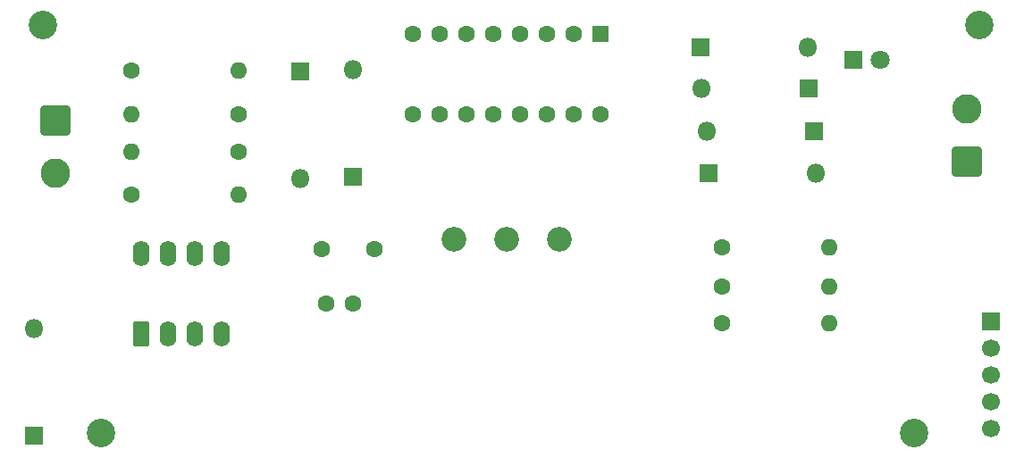
<source format=gbr>
%TF.GenerationSoftware,KiCad,Pcbnew,9.0.1*%
%TF.CreationDate,2025-06-25T16:15:15-04:00*%
%TF.ProjectId,fps555-v5.2,66707335-3535-42d7-9635-2e322e6b6963,rev?*%
%TF.SameCoordinates,Original*%
%TF.FileFunction,Soldermask,Bot*%
%TF.FilePolarity,Negative*%
%FSLAX46Y46*%
G04 Gerber Fmt 4.6, Leading zero omitted, Abs format (unit mm)*
G04 Created by KiCad (PCBNEW 9.0.1) date 2025-06-25 16:15:15*
%MOMM*%
%LPD*%
G01*
G04 APERTURE LIST*
G04 Aperture macros list*
%AMRoundRect*
0 Rectangle with rounded corners*
0 $1 Rounding radius*
0 $2 $3 $4 $5 $6 $7 $8 $9 X,Y pos of 4 corners*
0 Add a 4 corners polygon primitive as box body*
4,1,4,$2,$3,$4,$5,$6,$7,$8,$9,$2,$3,0*
0 Add four circle primitives for the rounded corners*
1,1,$1+$1,$2,$3*
1,1,$1+$1,$4,$5*
1,1,$1+$1,$6,$7*
1,1,$1+$1,$8,$9*
0 Add four rect primitives between the rounded corners*
20,1,$1+$1,$2,$3,$4,$5,0*
20,1,$1+$1,$4,$5,$6,$7,0*
20,1,$1+$1,$6,$7,$8,$9,0*
20,1,$1+$1,$8,$9,$2,$3,0*%
G04 Aperture macros list end*
%ADD10C,1.600000*%
%ADD11R,1.800000X1.800000*%
%ADD12O,1.800000X1.800000*%
%ADD13RoundRect,0.250000X0.550000X-0.950000X0.550000X0.950000X-0.550000X0.950000X-0.550000X-0.950000X0*%
%ADD14O,1.600000X2.400000*%
%ADD15C,2.700000*%
%ADD16O,1.600000X1.600000*%
%ADD17C,1.800000*%
%ADD18RoundRect,0.250001X1.149999X-1.149999X1.149999X1.149999X-1.149999X1.149999X-1.149999X-1.149999X0*%
%ADD19C,2.800000*%
%ADD20R,1.700000X1.700000*%
%ADD21C,1.700000*%
%ADD22RoundRect,0.250000X-0.550000X0.550000X-0.550000X-0.550000X0.550000X-0.550000X0.550000X0.550000X0*%
%ADD23RoundRect,0.250001X-1.149999X1.149999X-1.149999X-1.149999X1.149999X-1.149999X1.149999X1.149999X0*%
%ADD24C,2.340000*%
G04 APERTURE END LIST*
D10*
%TO.C,C2*%
X89503900Y-76899000D03*
X84503900Y-76899000D03*
%TD*%
D11*
%TO.C,D6*%
X120394639Y-57737081D03*
D12*
X130554639Y-57737081D03*
%TD*%
D13*
%TO.C,U1*%
X67453900Y-84899000D03*
D14*
X69993900Y-84899000D03*
X72533900Y-84899000D03*
X75073900Y-84899000D03*
X75073900Y-77279000D03*
X72533900Y-77279000D03*
X69993900Y-77279000D03*
X67453900Y-77279000D03*
%TD*%
D15*
%TO.C,H4*%
X140655747Y-94270282D03*
%TD*%
D11*
%TO.C,D7*%
X130701552Y-61617072D03*
D12*
X120541552Y-61617072D03*
%TD*%
D15*
%TO.C,H1*%
X58098313Y-55598313D03*
%TD*%
D10*
%TO.C,R5*%
X122453900Y-80399000D03*
D16*
X132613900Y-80399000D03*
%TD*%
D11*
%TO.C,D1*%
X134913900Y-58899000D03*
D17*
X137453900Y-58899000D03*
%TD*%
D10*
%TO.C,C1*%
X84953900Y-82032326D03*
X87453900Y-82032326D03*
%TD*%
D18*
%TO.C,M1*%
X145639567Y-68551775D03*
D19*
X145639567Y-63551775D03*
%TD*%
D20*
%TO.C,U3*%
X147953900Y-83739000D03*
D21*
X147953900Y-86279000D03*
X147953900Y-88819000D03*
X147953900Y-91359000D03*
X147953900Y-93899000D03*
%TD*%
D10*
%TO.C,R4*%
X66497108Y-71666498D03*
D16*
X76657108Y-71666498D03*
%TD*%
D10*
%TO.C,R2*%
X66497108Y-59899000D03*
D16*
X76657108Y-59899000D03*
%TD*%
D11*
%TO.C,D2*%
X82453900Y-59979000D03*
D12*
X82453900Y-70139000D03*
%TD*%
D22*
%TO.C,U2*%
X110941579Y-56485660D03*
D10*
X108401579Y-56485660D03*
X105861579Y-56485660D03*
X103321579Y-56485660D03*
X100781579Y-56485660D03*
X98241579Y-56485660D03*
X95701579Y-56485660D03*
X93161579Y-56485660D03*
X93161579Y-64105660D03*
X95701579Y-64105660D03*
X98241579Y-64105660D03*
X100781579Y-64105660D03*
X103321579Y-64105660D03*
X105861579Y-64105660D03*
X108401579Y-64105660D03*
X110941579Y-64105660D03*
%TD*%
D15*
%TO.C,H2*%
X146880846Y-55598313D03*
%TD*%
D11*
%TO.C,D8*%
X57259245Y-94519000D03*
D12*
X57259245Y-84359000D03*
%TD*%
D11*
%TO.C,D4*%
X121158586Y-69666418D03*
D12*
X131318586Y-69666418D03*
%TD*%
D10*
%TO.C,R6*%
X122453900Y-76659568D03*
D16*
X132613900Y-76659568D03*
%TD*%
D10*
%TO.C,R1*%
X76657108Y-64070328D03*
D16*
X66497108Y-64070328D03*
%TD*%
D15*
%TO.C,H3*%
X63652401Y-94292395D03*
%TD*%
D10*
%TO.C,R7*%
X122453900Y-83899000D03*
D16*
X132613900Y-83899000D03*
%TD*%
D11*
%TO.C,D5*%
X131178053Y-65670384D03*
D12*
X121018053Y-65670384D03*
%TD*%
D23*
%TO.C,J1*%
X59332944Y-64693835D03*
D19*
X59332944Y-69693835D03*
%TD*%
D10*
%TO.C,R3*%
X76657108Y-67666498D03*
D16*
X66497108Y-67666498D03*
%TD*%
D24*
%TO.C,RV1*%
X97074328Y-75930214D03*
X102074328Y-75930214D03*
X107074328Y-75930214D03*
%TD*%
D11*
%TO.C,D3*%
X87453900Y-69979000D03*
D12*
X87453900Y-59819000D03*
%TD*%
M02*

</source>
